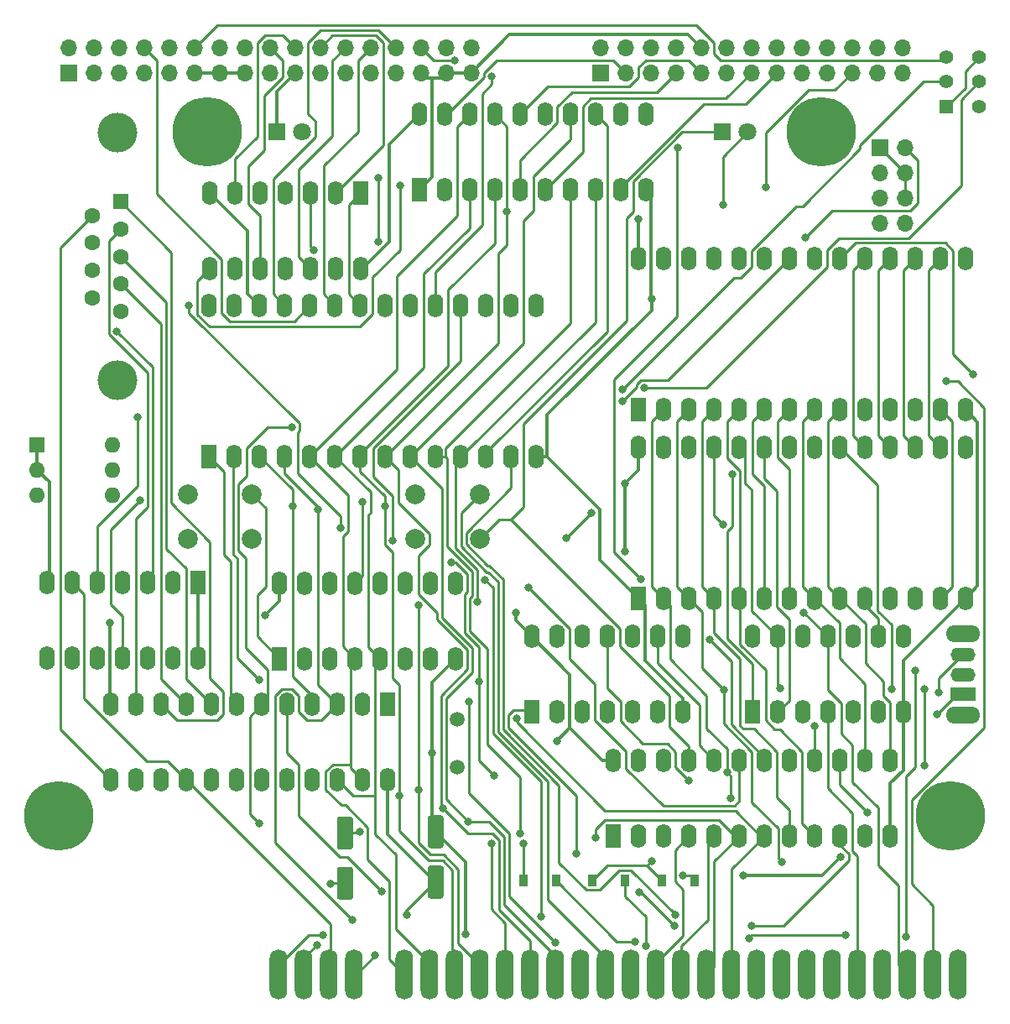
<source format=gtl>
G04 #@! TF.GenerationSoftware,KiCad,Pcbnew,(5.1.6)-1*
G04 #@! TF.CreationDate,2020-12-09T17:27:06+02:00*
G04 #@! TF.ProjectId,PlusD_Clone_1_6,506c7573-445f-4436-9c6f-6e655f315f36,rev?*
G04 #@! TF.SameCoordinates,Original*
G04 #@! TF.FileFunction,Copper,L1,Top*
G04 #@! TF.FilePolarity,Positive*
%FSLAX46Y46*%
G04 Gerber Fmt 4.6, Leading zero omitted, Abs format (unit mm)*
G04 Created by KiCad (PCBNEW (5.1.6)-1) date 2020-12-09 17:27:06*
%MOMM*%
%LPD*%
G01*
G04 APERTURE LIST*
G04 #@! TA.AperFunction,SMDPad,CuDef*
%ADD10R,0.900000X1.200000*%
G04 #@! TD*
G04 #@! TA.AperFunction,ComponentPad*
%ADD11C,0.800000*%
G04 #@! TD*
G04 #@! TA.AperFunction,ComponentPad*
%ADD12C,7.000000*%
G04 #@! TD*
G04 #@! TA.AperFunction,ComponentPad*
%ADD13O,1.700000X1.700000*%
G04 #@! TD*
G04 #@! TA.AperFunction,ComponentPad*
%ADD14R,1.700000X1.700000*%
G04 #@! TD*
G04 #@! TA.AperFunction,ComponentPad*
%ADD15C,1.400000*%
G04 #@! TD*
G04 #@! TA.AperFunction,ComponentPad*
%ADD16R,1.400000X1.400000*%
G04 #@! TD*
G04 #@! TA.AperFunction,ComponentPad*
%ADD17O,1.600000X2.400000*%
G04 #@! TD*
G04 #@! TA.AperFunction,ComponentPad*
%ADD18R,1.600000X2.400000*%
G04 #@! TD*
G04 #@! TA.AperFunction,ComponentPad*
%ADD19O,3.500000X1.700000*%
G04 #@! TD*
G04 #@! TA.AperFunction,ComponentPad*
%ADD20O,2.500000X1.400000*%
G04 #@! TD*
G04 #@! TA.AperFunction,ComponentPad*
%ADD21R,2.500000X1.400000*%
G04 #@! TD*
G04 #@! TA.AperFunction,ComponentPad*
%ADD22C,4.000000*%
G04 #@! TD*
G04 #@! TA.AperFunction,ComponentPad*
%ADD23C,1.600000*%
G04 #@! TD*
G04 #@! TA.AperFunction,ComponentPad*
%ADD24R,1.600000X1.600000*%
G04 #@! TD*
G04 #@! TA.AperFunction,ComponentPad*
%ADD25O,1.600000X1.600000*%
G04 #@! TD*
G04 #@! TA.AperFunction,ComponentPad*
%ADD26C,2.000000*%
G04 #@! TD*
G04 #@! TA.AperFunction,ConnectorPad*
%ADD27O,1.778000X5.080000*%
G04 #@! TD*
G04 #@! TA.AperFunction,ComponentPad*
%ADD28C,1.800000*%
G04 #@! TD*
G04 #@! TA.AperFunction,ComponentPad*
%ADD29R,1.800000X1.800000*%
G04 #@! TD*
G04 #@! TA.AperFunction,ComponentPad*
%ADD30C,1.500000*%
G04 #@! TD*
G04 #@! TA.AperFunction,ViaPad*
%ADD31C,0.800000*%
G04 #@! TD*
G04 #@! TA.AperFunction,Conductor*
%ADD32C,0.350000*%
G04 #@! TD*
G04 #@! TA.AperFunction,Conductor*
%ADD33C,0.250000*%
G04 #@! TD*
G04 APERTURE END LIST*
D10*
X128864000Y-112459000D03*
X132164000Y-112459000D03*
X121864000Y-112459000D03*
X125164000Y-112459000D03*
X114864000Y-112459000D03*
X118164000Y-112459000D03*
D11*
X146856155Y-35143845D03*
X145000000Y-34375000D03*
X143143845Y-35143845D03*
X142375000Y-37000000D03*
X143143845Y-38856155D03*
X145000000Y-39625000D03*
X146856155Y-38856155D03*
X147625000Y-37000000D03*
D12*
X145000000Y-37000000D03*
D13*
X153416000Y-46228000D03*
X150876000Y-46228000D03*
X153416000Y-43688000D03*
X150876000Y-43688000D03*
X153416000Y-41148000D03*
X150876000Y-41148000D03*
X153416000Y-38608000D03*
D14*
X150876000Y-38608000D03*
D12*
X83000000Y-37000000D03*
D11*
X85625000Y-37000000D03*
X84856155Y-38856155D03*
X83000000Y-39625000D03*
X81143845Y-38856155D03*
X80375000Y-37000000D03*
X81143845Y-35143845D03*
X83000000Y-34375000D03*
X84856155Y-35143845D03*
G04 #@! TA.AperFunction,SMDPad,CuDef*
G36*
G01*
X106595000Y-109234000D02*
X105495000Y-109234000D01*
G75*
G02*
X105245000Y-108984000I0J250000D01*
G01*
X105245000Y-106159000D01*
G75*
G02*
X105495000Y-105909000I250000J0D01*
G01*
X106595000Y-105909000D01*
G75*
G02*
X106845000Y-106159000I0J-250000D01*
G01*
X106845000Y-108984000D01*
G75*
G02*
X106595000Y-109234000I-250000J0D01*
G01*
G37*
G04 #@! TD.AperFunction*
G04 #@! TA.AperFunction,SMDPad,CuDef*
G36*
G01*
X106595000Y-114309000D02*
X105495000Y-114309000D01*
G75*
G02*
X105245000Y-114059000I0J250000D01*
G01*
X105245000Y-111234000D01*
G75*
G02*
X105495000Y-110984000I250000J0D01*
G01*
X106595000Y-110984000D01*
G75*
G02*
X106845000Y-111234000I0J-250000D01*
G01*
X106845000Y-114059000D01*
G75*
G02*
X106595000Y-114309000I-250000J0D01*
G01*
G37*
G04 #@! TD.AperFunction*
G04 #@! TA.AperFunction,SMDPad,CuDef*
G36*
G01*
X96351000Y-111111000D02*
X97451000Y-111111000D01*
G75*
G02*
X97701000Y-111361000I0J-250000D01*
G01*
X97701000Y-114186000D01*
G75*
G02*
X97451000Y-114436000I-250000J0D01*
G01*
X96351000Y-114436000D01*
G75*
G02*
X96101000Y-114186000I0J250000D01*
G01*
X96101000Y-111361000D01*
G75*
G02*
X96351000Y-111111000I250000J0D01*
G01*
G37*
G04 #@! TD.AperFunction*
G04 #@! TA.AperFunction,SMDPad,CuDef*
G36*
G01*
X96351000Y-106036000D02*
X97451000Y-106036000D01*
G75*
G02*
X97701000Y-106286000I0J-250000D01*
G01*
X97701000Y-109111000D01*
G75*
G02*
X97451000Y-109361000I-250000J0D01*
G01*
X96351000Y-109361000D01*
G75*
G02*
X96101000Y-109111000I0J250000D01*
G01*
X96101000Y-106286000D01*
G75*
G02*
X96351000Y-106036000I250000J0D01*
G01*
G37*
G04 #@! TD.AperFunction*
D15*
X160907000Y-29417000D03*
X160907000Y-31917000D03*
X160907000Y-34417000D03*
X157607000Y-29417000D03*
X157607000Y-31917000D03*
D16*
X157607000Y-34417000D03*
D17*
X126500000Y-49760000D03*
X159520000Y-65000000D03*
X129040000Y-49760000D03*
X156980000Y-65000000D03*
X131580000Y-49760000D03*
X154440000Y-65000000D03*
X134120000Y-49760000D03*
X151900000Y-65000000D03*
X136660000Y-49760000D03*
X149360000Y-65000000D03*
X139200000Y-49760000D03*
X146820000Y-65000000D03*
X141740000Y-49760000D03*
X144280000Y-65000000D03*
X144280000Y-49760000D03*
X141740000Y-65000000D03*
X146820000Y-49760000D03*
X139200000Y-65000000D03*
X149360000Y-49760000D03*
X136660000Y-65000000D03*
X151900000Y-49760000D03*
X134120000Y-65000000D03*
X154440000Y-49760000D03*
X131580000Y-65000000D03*
X156980000Y-49760000D03*
X129040000Y-65000000D03*
X159520000Y-49760000D03*
D18*
X126500000Y-65000000D03*
D19*
X159258000Y-87626000D03*
X159258000Y-95826000D03*
D20*
X159258000Y-89726000D03*
X159258000Y-91726000D03*
D21*
X159258000Y-93726000D03*
D22*
X73950000Y-62040000D03*
X73950000Y-37040000D03*
D23*
X71410000Y-53695000D03*
X71410000Y-50925000D03*
X71410000Y-48155000D03*
X71410000Y-45385000D03*
X74250000Y-55080000D03*
X74250000Y-52310000D03*
X74250000Y-49540000D03*
X74250000Y-46770000D03*
D24*
X74250000Y-44000000D03*
D25*
X73406000Y-68500000D03*
X65786000Y-73580000D03*
X73406000Y-71040000D03*
X65786000Y-71040000D03*
X73406000Y-73580000D03*
D24*
X65786000Y-68500000D03*
D17*
X115762000Y-87880000D03*
X131002000Y-95500000D03*
X118302000Y-87880000D03*
X128462000Y-95500000D03*
X120842000Y-87880000D03*
X125922000Y-95500000D03*
X123382000Y-87880000D03*
X123382000Y-95500000D03*
X125922000Y-87880000D03*
X120842000Y-95500000D03*
X128462000Y-87880000D03*
X118302000Y-95500000D03*
X131002000Y-87880000D03*
D18*
X115762000Y-95500000D03*
D17*
X101219000Y-102362000D03*
X73279000Y-94742000D03*
X98679000Y-102362000D03*
X75819000Y-94742000D03*
X96139000Y-102362000D03*
X78359000Y-94742000D03*
X93599000Y-102362000D03*
X80899000Y-94742000D03*
X91059000Y-102362000D03*
X83439000Y-94742000D03*
X88519000Y-102362000D03*
X85979000Y-94742000D03*
X85979000Y-102362000D03*
X88519000Y-94742000D03*
X83439000Y-102362000D03*
X91059000Y-94742000D03*
X80899000Y-102362000D03*
X93599000Y-94742000D03*
X78359000Y-102362000D03*
X96139000Y-94742000D03*
X75819000Y-102362000D03*
X98679000Y-94742000D03*
X73279000Y-102362000D03*
D18*
X101219000Y-94742000D03*
D17*
X98477000Y-50772000D03*
X83237000Y-43152000D03*
X95937000Y-50772000D03*
X85777000Y-43152000D03*
X93397000Y-50772000D03*
X88317000Y-43152000D03*
X90857000Y-50772000D03*
X90857000Y-43152000D03*
X88317000Y-50772000D03*
X93397000Y-43152000D03*
X85777000Y-50772000D03*
X95937000Y-43152000D03*
X83237000Y-50772000D03*
D18*
X98477000Y-43152000D03*
D17*
X82042000Y-90043000D03*
X66802000Y-82423000D03*
X79502000Y-90043000D03*
X69342000Y-82423000D03*
X76962000Y-90043000D03*
X71882000Y-82423000D03*
X74422000Y-90043000D03*
X74422000Y-82423000D03*
X71882000Y-90043000D03*
X76962000Y-82423000D03*
X69342000Y-90043000D03*
X79502000Y-82423000D03*
X66802000Y-90043000D03*
D18*
X82042000Y-82423000D03*
D17*
X138000000Y-87880000D03*
X153240000Y-95500000D03*
X140540000Y-87880000D03*
X150700000Y-95500000D03*
X143080000Y-87880000D03*
X148160000Y-95500000D03*
X145620000Y-87880000D03*
X145620000Y-95500000D03*
X148160000Y-87880000D03*
X143080000Y-95500000D03*
X150700000Y-87880000D03*
X140540000Y-95500000D03*
X153240000Y-87880000D03*
D18*
X138000000Y-95500000D03*
D11*
X69856155Y-104143845D03*
X68000000Y-103375000D03*
X66143845Y-104143845D03*
X65375000Y-106000000D03*
X66143845Y-107856155D03*
X68000000Y-108625000D03*
X69856155Y-107856155D03*
X70625000Y-106000000D03*
D12*
X68000000Y-106000000D03*
D11*
X159856155Y-104143845D03*
X158000000Y-103375000D03*
X156143845Y-104143845D03*
X155375000Y-106000000D03*
X156143845Y-107856155D03*
X158000000Y-108625000D03*
X159856155Y-107856155D03*
X160625000Y-106000000D03*
D12*
X158000000Y-106000000D03*
D26*
X110500000Y-73500000D03*
X110500000Y-78000000D03*
X104000000Y-73500000D03*
X104000000Y-78000000D03*
X87500000Y-73500000D03*
X87500000Y-78000000D03*
X81000000Y-73500000D03*
X81000000Y-78000000D03*
D17*
X104380000Y-35213000D03*
X127240000Y-42833000D03*
X106920000Y-35213000D03*
X124700000Y-42833000D03*
X109460000Y-35213000D03*
X122160000Y-42833000D03*
X112000000Y-35213000D03*
X119620000Y-42833000D03*
X114540000Y-35213000D03*
X117080000Y-42833000D03*
X117080000Y-35213000D03*
X114540000Y-42833000D03*
X119620000Y-35213000D03*
X112000000Y-42833000D03*
X122160000Y-35213000D03*
X109460000Y-42833000D03*
X124700000Y-35213000D03*
X106920000Y-42833000D03*
X127240000Y-35213000D03*
D18*
X104380000Y-42833000D03*
D17*
X90284000Y-82476000D03*
X108064000Y-90096000D03*
X92824000Y-82476000D03*
X105524000Y-90096000D03*
X95364000Y-82476000D03*
X102984000Y-90096000D03*
X97904000Y-82476000D03*
X100444000Y-90096000D03*
X100444000Y-82476000D03*
X97904000Y-90096000D03*
X102984000Y-82476000D03*
X95364000Y-90096000D03*
X105524000Y-82476000D03*
X92824000Y-90096000D03*
X108064000Y-82476000D03*
D18*
X90284000Y-90096000D03*
D17*
X124000000Y-100380000D03*
X151940000Y-108000000D03*
X126540000Y-100380000D03*
X149400000Y-108000000D03*
X129080000Y-100380000D03*
X146860000Y-108000000D03*
X131620000Y-100380000D03*
X144320000Y-108000000D03*
X134160000Y-100380000D03*
X141780000Y-108000000D03*
X136700000Y-100380000D03*
X139240000Y-108000000D03*
X139240000Y-100380000D03*
X136700000Y-108000000D03*
X141780000Y-100380000D03*
X134160000Y-108000000D03*
X144320000Y-100380000D03*
X131620000Y-108000000D03*
X146860000Y-100380000D03*
X129080000Y-108000000D03*
X149400000Y-100380000D03*
X126540000Y-108000000D03*
X151940000Y-100380000D03*
D18*
X124000000Y-108000000D03*
D17*
X126500000Y-68760000D03*
X159520000Y-84000000D03*
X129040000Y-68760000D03*
X156980000Y-84000000D03*
X131580000Y-68760000D03*
X154440000Y-84000000D03*
X134120000Y-68760000D03*
X151900000Y-84000000D03*
X136660000Y-68760000D03*
X149360000Y-84000000D03*
X139200000Y-68760000D03*
X146820000Y-84000000D03*
X141740000Y-68760000D03*
X144280000Y-84000000D03*
X144280000Y-68760000D03*
X141740000Y-84000000D03*
X146820000Y-68760000D03*
X139200000Y-84000000D03*
X149360000Y-68760000D03*
X136660000Y-84000000D03*
X151900000Y-68760000D03*
X134120000Y-84000000D03*
X154440000Y-68760000D03*
X131580000Y-84000000D03*
X156980000Y-68760000D03*
X129040000Y-84000000D03*
X159520000Y-68760000D03*
D18*
X126500000Y-84000000D03*
D17*
X83185000Y-54483000D03*
X116205000Y-69723000D03*
X85725000Y-54483000D03*
X113665000Y-69723000D03*
X88265000Y-54483000D03*
X111125000Y-69723000D03*
X90805000Y-54483000D03*
X108585000Y-69723000D03*
X93345000Y-54483000D03*
X106045000Y-69723000D03*
X95885000Y-54483000D03*
X103505000Y-69723000D03*
X98425000Y-54483000D03*
X100965000Y-69723000D03*
X100965000Y-54483000D03*
X98425000Y-69723000D03*
X103505000Y-54483000D03*
X95885000Y-69723000D03*
X106045000Y-54483000D03*
X93345000Y-69723000D03*
X108585000Y-54483000D03*
X90805000Y-69723000D03*
X111125000Y-54483000D03*
X88265000Y-69723000D03*
X113665000Y-54483000D03*
X85725000Y-69723000D03*
X116205000Y-54483000D03*
D18*
X83185000Y-69723000D03*
D27*
X95298000Y-121960000D03*
X97838000Y-121960000D03*
X105458000Y-121960000D03*
X113078000Y-121960000D03*
X110538000Y-121960000D03*
X107998000Y-121960000D03*
X115618000Y-121960000D03*
X90218000Y-121960000D03*
X92758000Y-121960000D03*
X102918000Y-121960000D03*
X118158000Y-121960000D03*
X123238000Y-121960000D03*
X120698000Y-121960000D03*
X125778000Y-121960000D03*
X130858000Y-121960000D03*
X128318000Y-121960000D03*
X133398000Y-121960000D03*
X143558000Y-121960000D03*
X138478000Y-121960000D03*
X151178000Y-121960000D03*
X156258000Y-121960000D03*
X158798000Y-121960000D03*
X135938000Y-121960000D03*
X146098000Y-121960000D03*
X148638000Y-121960000D03*
X153718000Y-121960000D03*
X141018000Y-121960000D03*
D13*
X153162000Y-28460000D03*
X153162000Y-31000000D03*
X150622000Y-28460000D03*
X150622000Y-31000000D03*
X148082000Y-28460000D03*
X148082000Y-31000000D03*
X145542000Y-28460000D03*
X145542000Y-31000000D03*
X143002000Y-28460000D03*
X143002000Y-31000000D03*
X140462000Y-28460000D03*
X140462000Y-31000000D03*
X137922000Y-28460000D03*
X137922000Y-31000000D03*
X135382000Y-28460000D03*
X135382000Y-31000000D03*
X132842000Y-28460000D03*
X132842000Y-31000000D03*
X130302000Y-28460000D03*
X130302000Y-31000000D03*
X127762000Y-28460000D03*
X127762000Y-31000000D03*
X125222000Y-28460000D03*
X125222000Y-31000000D03*
X122682000Y-28460000D03*
D14*
X122682000Y-31000000D03*
X69000000Y-31000000D03*
D13*
X69000000Y-28460000D03*
X71540000Y-31000000D03*
X71540000Y-28460000D03*
X74080000Y-31000000D03*
X74080000Y-28460000D03*
X76620000Y-31000000D03*
X76620000Y-28460000D03*
X79160000Y-31000000D03*
X79160000Y-28460000D03*
X81700000Y-31000000D03*
X81700000Y-28460000D03*
X84240000Y-31000000D03*
X84240000Y-28460000D03*
X86780000Y-31000000D03*
X86780000Y-28460000D03*
X89320000Y-31000000D03*
X89320000Y-28460000D03*
X91860000Y-31000000D03*
X91860000Y-28460000D03*
X94400000Y-31000000D03*
X94400000Y-28460000D03*
X96940000Y-31000000D03*
X96940000Y-28460000D03*
X99480000Y-31000000D03*
X99480000Y-28460000D03*
X102020000Y-31000000D03*
X102020000Y-28460000D03*
X104560000Y-31000000D03*
X104560000Y-28460000D03*
X107100000Y-31000000D03*
X107100000Y-28460000D03*
X109640000Y-31000000D03*
X109640000Y-28460000D03*
D28*
X137540000Y-37000000D03*
D29*
X135000000Y-37000000D03*
D28*
X92540000Y-37000000D03*
D29*
X90000000Y-37000000D03*
D30*
X108204000Y-101092000D03*
X108204000Y-96192000D03*
D31*
X105664700Y-99655000D03*
X137120200Y-111949500D03*
X146922300Y-110110000D03*
X127893000Y-53844900D03*
X109097700Y-117899300D03*
X73152000Y-86487000D03*
X115411500Y-82922600D03*
X133704700Y-88160100D03*
X126791800Y-82093100D03*
X130511100Y-38549600D03*
X95438000Y-112857900D03*
X120267600Y-109762800D03*
X152040000Y-93140100D03*
X144320000Y-96889000D03*
X160249600Y-61396800D03*
X149595900Y-105585700D03*
X135017100Y-44308100D03*
X73871800Y-57087400D03*
X143384700Y-47631500D03*
X81157800Y-54514200D03*
X96435900Y-76955600D03*
X124883400Y-62956900D03*
X76190200Y-74127000D03*
X127074400Y-62800300D03*
X131545200Y-102374200D03*
X130206300Y-115981900D03*
X98659400Y-74326400D03*
X135955100Y-71475800D03*
X157541800Y-62136700D03*
X155376200Y-93198900D03*
X155376200Y-100884800D03*
X121794100Y-75375800D03*
X119226800Y-77943100D03*
X111044300Y-82147300D03*
X116680300Y-116081700D03*
X135820500Y-104150100D03*
X135466200Y-101598800D03*
X140957300Y-110626600D03*
X135118100Y-93242500D03*
X135048500Y-76595700D03*
X143172300Y-85432300D03*
X140778400Y-93106600D03*
X154457000Y-91343200D03*
X153533900Y-118163900D03*
X102394400Y-103891700D03*
X100918100Y-74750100D03*
X113214700Y-44991100D03*
X106775000Y-105223600D03*
X109347200Y-106572100D03*
X114592700Y-107711800D03*
X111691100Y-108762200D03*
X88228300Y-106748700D03*
X122180900Y-108204400D03*
X124864200Y-64101900D03*
X91500500Y-66794000D03*
X110263000Y-84369500D03*
X104290600Y-103378300D03*
X104290600Y-84682200D03*
X91609000Y-74743300D03*
X109394500Y-94442300D03*
X118139700Y-118723500D03*
X94179200Y-75025600D03*
X97660000Y-116428500D03*
X126612300Y-113703500D03*
X130130500Y-117036400D03*
X137918700Y-117026400D03*
X114198800Y-96162500D03*
X88265400Y-92208200D03*
X94682100Y-117991100D03*
X94035500Y-118965700D03*
X100619600Y-113578600D03*
X107960500Y-29730100D03*
X111705200Y-31340800D03*
X100234200Y-48023200D03*
X100234200Y-41576700D03*
X93742700Y-48883000D03*
X102454700Y-42339300D03*
X75980600Y-65752800D03*
X139384300Y-42512900D03*
X126159500Y-118638200D03*
X137657600Y-118305200D03*
X147427700Y-118019600D03*
X127224700Y-119101800D03*
X131011200Y-112017000D03*
X99949500Y-120026700D03*
X125132300Y-79311000D03*
X125132300Y-72439000D03*
X118284400Y-98397500D03*
X114154800Y-85507600D03*
X126500000Y-45793100D03*
X103171800Y-115987800D03*
X88830900Y-85731800D03*
X114864000Y-108762200D03*
X156804200Y-93511000D03*
X127852300Y-110506700D03*
X156643500Y-95735500D03*
X98394600Y-107609700D03*
X111959000Y-101912600D03*
X110408500Y-92419200D03*
X101693400Y-78203200D03*
X107647800Y-80353700D03*
D32*
X83237000Y-43152000D02*
X87047000Y-46962000D01*
X87047000Y-46962000D02*
X87047000Y-53265000D01*
X87047000Y-53265000D02*
X88265000Y-54483000D01*
X117308500Y-69723000D02*
X116205000Y-69723000D01*
X126500000Y-84000000D02*
X122619400Y-80119400D01*
X122619400Y-80119400D02*
X122619400Y-75033900D01*
X122619400Y-75033900D02*
X117308500Y-69723000D01*
X127827800Y-53844900D02*
X127827800Y-54975000D01*
X127827800Y-54975000D02*
X117308500Y-65494300D01*
X117308500Y-65494300D02*
X117308500Y-69723000D01*
X131002000Y-95500000D02*
X131002000Y-94147100D01*
X131002000Y-94147100D02*
X127192000Y-90337100D01*
X127192000Y-90337100D02*
X127192000Y-84692000D01*
X127192000Y-84692000D02*
X126500000Y-84000000D01*
X105664700Y-99655000D02*
X105664700Y-107191200D01*
X105664700Y-107191200D02*
X106045000Y-107571500D01*
X108064000Y-90096000D02*
X105664700Y-92495300D01*
X105664700Y-92495300D02*
X105664700Y-99655000D01*
X109097700Y-117899300D02*
X109097700Y-110624200D01*
X109097700Y-110624200D02*
X106045000Y-107571500D01*
X90000000Y-37000000D02*
X90000000Y-32860000D01*
X90000000Y-32860000D02*
X91860000Y-31000000D01*
X146922300Y-110110000D02*
X145082800Y-111949500D01*
X145082800Y-111949500D02*
X137120200Y-111949500D01*
X109640000Y-31000000D02*
X113489100Y-27150900D01*
X113489100Y-27150900D02*
X131532900Y-27150900D01*
X131532900Y-27150900D02*
X132842000Y-28460000D01*
X107100000Y-31000000D02*
X109640000Y-31000000D01*
X127827800Y-53844900D02*
X127893000Y-53844900D01*
X127240000Y-42833000D02*
X127770000Y-43363000D01*
X127770000Y-43363000D02*
X127770000Y-53787100D01*
X127770000Y-53787100D02*
X127827800Y-53844900D01*
X159520000Y-84000000D02*
X153240000Y-90280000D01*
X153240000Y-90280000D02*
X153240000Y-95500000D01*
X159520000Y-65000000D02*
X160749400Y-66229400D01*
X160749400Y-66229400D02*
X160749400Y-82770600D01*
X160749400Y-82770600D02*
X159520000Y-84000000D01*
X105650000Y-31545000D02*
X106555000Y-31545000D01*
X106555000Y-31545000D02*
X107100000Y-31000000D01*
X73279000Y-94742000D02*
X73152000Y-94615000D01*
X73152000Y-94615000D02*
X73152000Y-86487000D01*
X153240000Y-95500000D02*
X153240000Y-101365000D01*
X153240000Y-101365000D02*
X151940000Y-102665000D01*
X151940000Y-102665000D02*
X151940000Y-108000000D01*
X104560000Y-31000000D02*
X105105000Y-31545000D01*
X105105000Y-31545000D02*
X105650000Y-31545000D01*
X105650000Y-31545000D02*
X105650000Y-41563000D01*
X105650000Y-41563000D02*
X104380000Y-42833000D01*
X84240000Y-31000000D02*
X81700000Y-31000000D01*
X86780000Y-31000000D02*
X84240000Y-31000000D01*
X65786000Y-68500000D02*
X65786000Y-71040000D01*
X66802000Y-82423000D02*
X67025900Y-82199100D01*
X67025900Y-82199100D02*
X67025900Y-72279900D01*
X67025900Y-72279900D02*
X65786000Y-71040000D01*
D33*
X110500000Y-73500000D02*
X108604100Y-75395900D01*
X108604100Y-75395900D02*
X108604100Y-78763700D01*
X108604100Y-78763700D02*
X111212200Y-81371800D01*
X111212200Y-81371800D02*
X111389100Y-81371800D01*
X111389100Y-81371800D02*
X112348900Y-82331600D01*
X112348900Y-82331600D02*
X112348900Y-97465500D01*
X112348900Y-97465500D02*
X117338500Y-102455100D01*
X117338500Y-102455100D02*
X117338500Y-114388900D01*
X117338500Y-114388900D02*
X123238000Y-120288400D01*
X123238000Y-120288400D02*
X123238000Y-121960000D01*
X85979000Y-94742000D02*
X85319500Y-94082500D01*
X85319500Y-94082500D02*
X85319500Y-80295500D01*
X85319500Y-80295500D02*
X84682900Y-79658900D01*
X84682900Y-79658900D02*
X84682900Y-71220900D01*
X84682900Y-71220900D02*
X83185000Y-69723000D01*
X128462000Y-87880000D02*
X128462000Y-90592500D01*
X128462000Y-90592500D02*
X132651600Y-94782100D01*
X132651600Y-94782100D02*
X132651600Y-98871600D01*
X132651600Y-98871600D02*
X134160000Y-100380000D01*
X136700000Y-100380000D02*
X136700000Y-104468500D01*
X136700000Y-104468500D02*
X136230200Y-104938300D01*
X136230200Y-104938300D02*
X129025900Y-104938300D01*
X129025900Y-104938300D02*
X125270000Y-101182400D01*
X125270000Y-101182400D02*
X125270000Y-99468100D01*
X125270000Y-99468100D02*
X122112000Y-96310100D01*
X122112000Y-96310100D02*
X122112000Y-92710100D01*
X122112000Y-92710100D02*
X119572000Y-90170100D01*
X119572000Y-90170100D02*
X119572000Y-87083100D01*
X119572000Y-87083100D02*
X115411500Y-82922600D01*
X133704700Y-88160100D02*
X135893400Y-90348800D01*
X135893400Y-90348800D02*
X135893400Y-96745400D01*
X135893400Y-96745400D02*
X139240000Y-100092000D01*
X139240000Y-100092000D02*
X139240000Y-100380000D01*
X126791800Y-82093100D02*
X124081100Y-79382400D01*
X124081100Y-79382400D02*
X124081100Y-61914500D01*
X124081100Y-61914500D02*
X130366800Y-55628800D01*
X130366800Y-55628800D02*
X130366800Y-38693900D01*
X130366800Y-38693900D02*
X130511100Y-38549600D01*
X115762000Y-95500000D02*
X115583500Y-95321500D01*
X115583500Y-95321500D02*
X113928500Y-95321500D01*
X113928500Y-95321500D02*
X113410000Y-95840000D01*
X113410000Y-95840000D02*
X113410000Y-97111400D01*
X113410000Y-97111400D02*
X120267600Y-103969000D01*
X120267600Y-103969000D02*
X120267600Y-109762800D01*
X96901000Y-112773500D02*
X95522400Y-112773500D01*
X95522400Y-112773500D02*
X95438000Y-112857900D01*
X81700000Y-28460000D02*
X83958800Y-26201200D01*
X83958800Y-26201200D02*
X132376200Y-26201200D01*
X132376200Y-26201200D02*
X134156600Y-27981600D01*
X134156600Y-27981600D02*
X134156600Y-29074400D01*
X134156600Y-29074400D02*
X134812200Y-29730000D01*
X134812200Y-29730000D02*
X157294000Y-29730000D01*
X157294000Y-29730000D02*
X157607000Y-29417000D01*
X144320000Y-100380000D02*
X144320000Y-96889000D01*
X146820000Y-68760000D02*
X150630000Y-72570000D01*
X150630000Y-72570000D02*
X150630000Y-85269800D01*
X150630000Y-85269800D02*
X152040000Y-86679800D01*
X152040000Y-86679800D02*
X152040000Y-93140100D01*
X146820000Y-49760000D02*
X148408300Y-48171700D01*
X148408300Y-48171700D02*
X157473200Y-48171700D01*
X157473200Y-48171700D02*
X158250000Y-48948500D01*
X158250000Y-48948500D02*
X158250000Y-59397200D01*
X158250000Y-59397200D02*
X160249600Y-61396800D01*
X146860000Y-100380000D02*
X146860000Y-102849800D01*
X146860000Y-102849800D02*
X149595900Y-105585700D01*
X137540000Y-37000000D02*
X135017100Y-39522900D01*
X135017100Y-39522900D02*
X135017100Y-44308100D01*
X113645400Y-76067600D02*
X124652000Y-87074200D01*
X124652000Y-87074200D02*
X124652000Y-88851300D01*
X124652000Y-88851300D02*
X129637400Y-93836700D01*
X129637400Y-93836700D02*
X129637400Y-96974800D01*
X129637400Y-96974800D02*
X131620000Y-98957400D01*
X131620000Y-98957400D02*
X131620000Y-100380000D01*
X110500000Y-78000000D02*
X112432400Y-76067600D01*
X112432400Y-76067600D02*
X113645400Y-76067600D01*
X135000000Y-37000000D02*
X130930400Y-37000000D01*
X130930400Y-37000000D02*
X125970000Y-41960400D01*
X125970000Y-41960400D02*
X125970000Y-45042400D01*
X125970000Y-45042400D02*
X125324600Y-45687800D01*
X125324600Y-45687800D02*
X125324600Y-56010100D01*
X125324600Y-56010100D02*
X114935000Y-66399700D01*
X114935000Y-66399700D02*
X114935000Y-74778000D01*
X114935000Y-74778000D02*
X113645400Y-76067600D01*
X76620000Y-28460000D02*
X77890000Y-29730000D01*
X77890000Y-29730000D02*
X77890000Y-43238700D01*
X77890000Y-43238700D02*
X84455000Y-49803700D01*
X84455000Y-49803700D02*
X84455000Y-55282000D01*
X84455000Y-55282000D02*
X85237600Y-56064600D01*
X85237600Y-56064600D02*
X91763400Y-56064600D01*
X91763400Y-56064600D02*
X93345000Y-54483000D01*
X150876000Y-38608000D02*
X153416000Y-41148000D01*
X153416000Y-41148000D02*
X153416000Y-43688000D01*
X89320000Y-28460000D02*
X90590000Y-29730000D01*
X90590000Y-29730000D02*
X90590000Y-31477200D01*
X90590000Y-31477200D02*
X88724600Y-33342600D01*
X88724600Y-33342600D02*
X88724600Y-38822600D01*
X88724600Y-38822600D02*
X87113600Y-40433600D01*
X87113600Y-40433600D02*
X87113600Y-44243600D01*
X87113600Y-44243600D02*
X88317000Y-45447000D01*
X88317000Y-45447000D02*
X88317000Y-50772000D01*
X91860000Y-28460000D02*
X90619200Y-27219200D01*
X90619200Y-27219200D02*
X88826300Y-27219200D01*
X88826300Y-27219200D02*
X88050000Y-27995500D01*
X88050000Y-27995500D02*
X88050000Y-37430700D01*
X88050000Y-37430700D02*
X85777000Y-39703700D01*
X85777000Y-39703700D02*
X85777000Y-43152000D01*
X76962000Y-82423000D02*
X77472600Y-81912400D01*
X77472600Y-81912400D02*
X77472600Y-60688200D01*
X77472600Y-60688200D02*
X73871800Y-57087400D01*
X153416000Y-38608000D02*
X154678400Y-39870400D01*
X154678400Y-39870400D02*
X154678400Y-44174500D01*
X154678400Y-44174500D02*
X153894900Y-44958000D01*
X153894900Y-44958000D02*
X146058200Y-44958000D01*
X146058200Y-44958000D02*
X143384700Y-47631500D01*
X99480000Y-28460000D02*
X98210000Y-29730000D01*
X98210000Y-29730000D02*
X98210000Y-36922000D01*
X98210000Y-36922000D02*
X94743100Y-40388900D01*
X94743100Y-40388900D02*
X94743100Y-53341100D01*
X94743100Y-53341100D02*
X95885000Y-54483000D01*
X81157800Y-54514200D02*
X81157800Y-55251400D01*
X81157800Y-55251400D02*
X92275800Y-66369400D01*
X92275800Y-66369400D02*
X92275800Y-67115200D01*
X92275800Y-67115200D02*
X92125300Y-67265700D01*
X92125300Y-67265700D02*
X92125300Y-71413800D01*
X92125300Y-71413800D02*
X96435900Y-75724400D01*
X96435900Y-75724400D02*
X96435900Y-76955600D01*
X74422000Y-90043000D02*
X74422000Y-85775400D01*
X74422000Y-85775400D02*
X73235800Y-84589200D01*
X73235800Y-84589200D02*
X73235800Y-77081400D01*
X73235800Y-77081400D02*
X76190200Y-74127000D01*
X124883400Y-62956900D02*
X136181100Y-51659200D01*
X136181100Y-51659200D02*
X136837000Y-51659200D01*
X136837000Y-51659200D02*
X137930000Y-50566200D01*
X137930000Y-50566200D02*
X137930000Y-48946800D01*
X137930000Y-48946800D02*
X142419100Y-44457700D01*
X142419100Y-44457700D02*
X143082200Y-44457700D01*
X143082200Y-44457700D02*
X148875400Y-38664500D01*
X148875400Y-38664500D02*
X148875400Y-38343900D01*
X148875400Y-38343900D02*
X155302300Y-31917000D01*
X155302300Y-31917000D02*
X157607000Y-31917000D01*
X160907000Y-31917000D02*
X159080000Y-33744000D01*
X159080000Y-33744000D02*
X159080000Y-42349800D01*
X159080000Y-42349800D02*
X153758500Y-47671300D01*
X153758500Y-47671300D02*
X146773200Y-47671300D01*
X146773200Y-47671300D02*
X145550000Y-48894500D01*
X145550000Y-48894500D02*
X145550000Y-50619600D01*
X145550000Y-50619600D02*
X133369300Y-62800300D01*
X133369300Y-62800300D02*
X127074400Y-62800300D01*
X123382000Y-87880000D02*
X123382000Y-93097000D01*
X123382000Y-93097000D02*
X124710200Y-94425200D01*
X124710200Y-94425200D02*
X124710200Y-96407800D01*
X124710200Y-96407800D02*
X126965600Y-98663200D01*
X126965600Y-98663200D02*
X129425300Y-98663200D01*
X129425300Y-98663200D02*
X130255300Y-99493200D01*
X130255300Y-99493200D02*
X130255300Y-101084300D01*
X130255300Y-101084300D02*
X131545200Y-102374200D01*
X113665000Y-69723000D02*
X113665000Y-72882600D01*
X113665000Y-72882600D02*
X109104400Y-77443200D01*
X109104400Y-77443200D02*
X109104400Y-78556400D01*
X109104400Y-78556400D02*
X111242800Y-80694800D01*
X111242800Y-80694800D02*
X111419700Y-80694800D01*
X111419700Y-80694800D02*
X112849200Y-82124300D01*
X112849200Y-82124300D02*
X112849200Y-97258200D01*
X112849200Y-97258200D02*
X118488700Y-102897700D01*
X118488700Y-102897700D02*
X118488700Y-110682400D01*
X118488700Y-110682400D02*
X121240700Y-113434400D01*
X121240700Y-113434400D02*
X122578200Y-113434400D01*
X122578200Y-113434400D02*
X124545900Y-111466700D01*
X124545900Y-111466700D02*
X125775600Y-111466700D01*
X125775600Y-111466700D02*
X130206300Y-115897400D01*
X130206300Y-115897400D02*
X130206300Y-115981900D01*
X87500000Y-73500000D02*
X88901400Y-74901400D01*
X88901400Y-74901400D02*
X88901400Y-82856500D01*
X88901400Y-82856500D02*
X88042700Y-83715200D01*
X88042700Y-83715200D02*
X88042700Y-87854700D01*
X88042700Y-87854700D02*
X90284000Y-90096000D01*
X97904000Y-82476000D02*
X98659400Y-81720600D01*
X98659400Y-81720600D02*
X98659400Y-74326400D01*
X122160000Y-35213000D02*
X123342500Y-36395500D01*
X123342500Y-36395500D02*
X123342500Y-57095400D01*
X123342500Y-57095400D02*
X111125000Y-69312900D01*
X111125000Y-69312900D02*
X111125000Y-69723000D01*
X95298000Y-121960000D02*
X95457400Y-121800600D01*
X95457400Y-121800600D02*
X95457400Y-116920400D01*
X95457400Y-116920400D02*
X80899000Y-102362000D01*
X149360000Y-68760000D02*
X148169400Y-67569400D01*
X148169400Y-67569400D02*
X148169400Y-50950600D01*
X148169400Y-50950600D02*
X149360000Y-49760000D01*
X69342000Y-82423000D02*
X70567800Y-83648800D01*
X70567800Y-83648800D02*
X70567800Y-94140800D01*
X70567800Y-94140800D02*
X76889700Y-100462700D01*
X76889700Y-100462700D02*
X78999700Y-100462700D01*
X78999700Y-100462700D02*
X80899000Y-102362000D01*
X135955100Y-71475800D02*
X135955000Y-71475800D01*
X135955000Y-71475800D02*
X135955000Y-76785700D01*
X135955000Y-76785700D02*
X135444200Y-77296500D01*
X135444200Y-77296500D02*
X135444200Y-88094100D01*
X135444200Y-88094100D02*
X138000000Y-90649900D01*
X138000000Y-90649900D02*
X138000000Y-95500000D01*
X156258000Y-121960000D02*
X156258000Y-115015300D01*
X156258000Y-115015300D02*
X154100500Y-112857800D01*
X154100500Y-112857800D02*
X154100500Y-104392600D01*
X154100500Y-104392600D02*
X161420600Y-97072500D01*
X161420600Y-97072500D02*
X161420600Y-64826000D01*
X161420600Y-64826000D02*
X158731300Y-62136700D01*
X158731300Y-62136700D02*
X157541800Y-62136700D01*
X140540000Y-95500000D02*
X141716700Y-94323300D01*
X141716700Y-94323300D02*
X141716700Y-86163000D01*
X141716700Y-86163000D02*
X140470000Y-84916300D01*
X140470000Y-84916300D02*
X140470000Y-73238200D01*
X140470000Y-73238200D02*
X139200000Y-71968200D01*
X139200000Y-71968200D02*
X139200000Y-68760000D01*
X155376200Y-93198900D02*
X155376200Y-100884800D01*
X119226800Y-77943100D02*
X121794100Y-75375800D01*
X116680300Y-116081700D02*
X116680300Y-102504500D01*
X116680300Y-102504500D02*
X111848600Y-97672800D01*
X111848600Y-97672800D02*
X111848600Y-82951600D01*
X111848600Y-82951600D02*
X111044300Y-82147300D01*
X149360000Y-84000000D02*
X149360000Y-84707500D01*
X149360000Y-84707500D02*
X150700000Y-86047500D01*
X150700000Y-86047500D02*
X150700000Y-87880000D01*
X129040000Y-84000000D02*
X127849400Y-82809400D01*
X127849400Y-82809400D02*
X127849400Y-66190600D01*
X127849400Y-66190600D02*
X129040000Y-65000000D01*
X135466200Y-101598800D02*
X135466200Y-99181100D01*
X135466200Y-99181100D02*
X133402000Y-97116900D01*
X133402000Y-97116900D02*
X133402000Y-93833800D01*
X133402000Y-93833800D02*
X129732000Y-90163800D01*
X129732000Y-90163800D02*
X129732000Y-84692000D01*
X129732000Y-84692000D02*
X129040000Y-84000000D01*
X135820500Y-104150100D02*
X135820500Y-101953100D01*
X135820500Y-101953100D02*
X135466200Y-101598800D01*
X140957300Y-110626600D02*
X140604600Y-110273900D01*
X140604600Y-110273900D02*
X140604600Y-107250600D01*
X140604600Y-107250600D02*
X137970000Y-104616000D01*
X137970000Y-104616000D02*
X137970000Y-99529800D01*
X137970000Y-99529800D02*
X135118100Y-96677900D01*
X135118100Y-96677900D02*
X135118100Y-93242500D01*
X131580000Y-65000000D02*
X130400800Y-66179200D01*
X130400800Y-66179200D02*
X130400800Y-82820800D01*
X130400800Y-82820800D02*
X131580000Y-84000000D01*
X135118100Y-93242500D02*
X132929300Y-91053700D01*
X132929300Y-91053700D02*
X132929300Y-85349300D01*
X132929300Y-85349300D02*
X131580000Y-84000000D01*
X148638000Y-121960000D02*
X148638000Y-110021600D01*
X148638000Y-110021600D02*
X148130000Y-109513600D01*
X148130000Y-109513600D02*
X148130000Y-105709900D01*
X148130000Y-105709900D02*
X145620000Y-103199900D01*
X145620000Y-103199900D02*
X145620000Y-95500000D01*
X153718000Y-121960000D02*
X152758500Y-121000500D01*
X152758500Y-121000500D02*
X152758500Y-113029600D01*
X152758500Y-113029600D02*
X150689600Y-110960700D01*
X150689600Y-110960700D02*
X150689600Y-105102100D01*
X150689600Y-105102100D02*
X148130000Y-102542500D01*
X148130000Y-102542500D02*
X148130000Y-98814400D01*
X148130000Y-98814400D02*
X146984600Y-97669000D01*
X146984600Y-97669000D02*
X146984600Y-94607300D01*
X146984600Y-94607300D02*
X145620000Y-93242700D01*
X145620000Y-93242700D02*
X145620000Y-87880000D01*
X145620000Y-87880000D02*
X143172300Y-85432300D01*
X135048500Y-76595700D02*
X134120000Y-75667200D01*
X134120000Y-75667200D02*
X134120000Y-68760000D01*
X140540000Y-87880000D02*
X137930000Y-85270000D01*
X137930000Y-85270000D02*
X137930000Y-73064700D01*
X137930000Y-73064700D02*
X137282700Y-72417400D01*
X137282700Y-72417400D02*
X137282700Y-69382700D01*
X137282700Y-69382700D02*
X136660000Y-68760000D01*
X140778400Y-93106600D02*
X140540000Y-92868200D01*
X140540000Y-92868200D02*
X140540000Y-87880000D01*
X154457000Y-91343200D02*
X154457000Y-101078400D01*
X154457000Y-101078400D02*
X153533900Y-102001500D01*
X153533900Y-102001500D02*
X153533900Y-118163900D01*
X97470900Y-100779400D02*
X97470900Y-101153900D01*
X97470900Y-101153900D02*
X98679000Y-102362000D01*
X102918000Y-121960000D02*
X101394900Y-120436900D01*
X101394900Y-120436900D02*
X101394900Y-112602500D01*
X101394900Y-112602500D02*
X99169900Y-110377500D01*
X99169900Y-110377500D02*
X99169900Y-107107700D01*
X99169900Y-107107700D02*
X96966800Y-104904600D01*
X96966800Y-104904600D02*
X96524100Y-104904600D01*
X96524100Y-104904600D02*
X94932700Y-103313200D01*
X94932700Y-103313200D02*
X94932700Y-101489700D01*
X94932700Y-101489700D02*
X95643000Y-100779400D01*
X95643000Y-100779400D02*
X97470900Y-100779400D01*
X97470900Y-100779400D02*
X97470900Y-90529100D01*
X97470900Y-90529100D02*
X97904000Y-90096000D01*
X97904000Y-90096000D02*
X96698400Y-88890400D01*
X96698400Y-88890400D02*
X96698400Y-77789600D01*
X96698400Y-77789600D02*
X97211200Y-77276800D01*
X97211200Y-77276800D02*
X97211200Y-73589200D01*
X97211200Y-73589200D02*
X93345000Y-69723000D01*
X109460000Y-35213000D02*
X108190000Y-36483000D01*
X108190000Y-36483000D02*
X108190000Y-45461700D01*
X108190000Y-45461700D02*
X102152700Y-51499000D01*
X102152700Y-51499000D02*
X102152700Y-60915300D01*
X102152700Y-60915300D02*
X93345000Y-69723000D01*
X99949000Y-103947500D02*
X99949000Y-90591000D01*
X99949000Y-90591000D02*
X100444000Y-90096000D01*
X105458000Y-121960000D02*
X105458000Y-120811600D01*
X105458000Y-120811600D02*
X102023300Y-117376900D01*
X102023300Y-117376900D02*
X102023300Y-109888600D01*
X102023300Y-109888600D02*
X99949000Y-107814300D01*
X99949000Y-107814300D02*
X99949000Y-103947500D01*
X100444000Y-90096000D02*
X99268600Y-88920600D01*
X99268600Y-88920600D02*
X99268600Y-75573400D01*
X99268600Y-75573400D02*
X99468400Y-75373600D01*
X99468400Y-75373600D02*
X99468400Y-73306400D01*
X99468400Y-73306400D02*
X95885000Y-69723000D01*
X99949000Y-103947500D02*
X97724500Y-103947500D01*
X97724500Y-103947500D02*
X96139000Y-102362000D01*
X109460000Y-42833000D02*
X109460000Y-46702200D01*
X109460000Y-46702200D02*
X104852900Y-51309300D01*
X104852900Y-51309300D02*
X104852900Y-60755100D01*
X104852900Y-60755100D02*
X95885000Y-69723000D01*
X107998000Y-121960000D02*
X107698700Y-121660700D01*
X107698700Y-121660700D02*
X107698700Y-111439300D01*
X107698700Y-111439300D02*
X106750800Y-110491400D01*
X106750800Y-110491400D02*
X105366700Y-110491400D01*
X105366700Y-110491400D02*
X102394400Y-107519100D01*
X102394400Y-107519100D02*
X102394400Y-103891700D01*
X100918100Y-74750100D02*
X100918100Y-78581400D01*
X100918100Y-78581400D02*
X101714000Y-79377300D01*
X101714000Y-79377300D02*
X101714000Y-92053400D01*
X101714000Y-92053400D02*
X102394300Y-92733700D01*
X102394300Y-92733700D02*
X102394300Y-103891700D01*
X102394300Y-103891700D02*
X102394400Y-103891700D01*
X98425000Y-69723000D02*
X98425000Y-71245900D01*
X98425000Y-71245900D02*
X100918100Y-73739000D01*
X100918100Y-73739000D02*
X100918100Y-74750100D01*
X98425000Y-69723000D02*
X98425000Y-69493000D01*
X98425000Y-69493000D02*
X107315000Y-60603000D01*
X107315000Y-60603000D02*
X107315000Y-52907600D01*
X107315000Y-52907600D02*
X112000000Y-48222600D01*
X112000000Y-48222600D02*
X112000000Y-42833000D01*
X156980000Y-84000000D02*
X158170600Y-82809400D01*
X158170600Y-82809400D02*
X158170600Y-66190600D01*
X158170600Y-66190600D02*
X156980000Y-65000000D01*
X115618000Y-121960000D02*
X115618000Y-118603400D01*
X115618000Y-118603400D02*
X112466400Y-115451800D01*
X112466400Y-115451800D02*
X112466400Y-108440800D01*
X112466400Y-108440800D02*
X111762200Y-107736600D01*
X111762200Y-107736600D02*
X109288000Y-107736600D01*
X109288000Y-107736600D02*
X106775000Y-105223600D01*
X113214700Y-44991100D02*
X113214700Y-48392400D01*
X113214700Y-48392400D02*
X112385900Y-49221200D01*
X112385900Y-49221200D02*
X112385900Y-58302100D01*
X112385900Y-58302100D02*
X100965000Y-69723000D01*
X112000000Y-35213000D02*
X113214700Y-36427700D01*
X113214700Y-36427700D02*
X113214700Y-44991100D01*
X100965000Y-69723000D02*
X102329600Y-71087600D01*
X102329600Y-71087600D02*
X102329600Y-74382600D01*
X102329600Y-74382600D02*
X105429900Y-77482900D01*
X105429900Y-77482900D02*
X105429900Y-78577800D01*
X105429900Y-78577800D02*
X104320000Y-79687700D01*
X104320000Y-79687700D02*
X104320000Y-83582900D01*
X104320000Y-83582900D02*
X106198800Y-85461700D01*
X106198800Y-85461700D02*
X106198800Y-86151700D01*
X106198800Y-86151700D02*
X109251200Y-89204100D01*
X109251200Y-89204100D02*
X109251200Y-91168300D01*
X109251200Y-91168300D02*
X106578300Y-93841200D01*
X106578300Y-93841200D02*
X106578300Y-105026900D01*
X106578300Y-105026900D02*
X106775000Y-105223600D01*
X119620000Y-35213000D02*
X119620000Y-37689300D01*
X119620000Y-37689300D02*
X115901700Y-41407600D01*
X115901700Y-41407600D02*
X115901700Y-44934200D01*
X115901700Y-44934200D02*
X114941100Y-45894800D01*
X114941100Y-45894800D02*
X114941100Y-58286900D01*
X114941100Y-58286900D02*
X103505000Y-69723000D01*
X118158000Y-121960000D02*
X118158000Y-120127100D01*
X118158000Y-120127100D02*
X112966700Y-114935800D01*
X112966700Y-114935800D02*
X112966700Y-108121400D01*
X112966700Y-108121400D02*
X111417400Y-106572100D01*
X111417400Y-106572100D02*
X109347200Y-106572100D01*
X109347200Y-106572100D02*
X107078700Y-104303600D01*
X107078700Y-104303600D02*
X107078700Y-94134000D01*
X107078700Y-94134000D02*
X109751600Y-91461100D01*
X109751600Y-91461100D02*
X109751600Y-88996800D01*
X109751600Y-88996800D02*
X106723900Y-85969100D01*
X106723900Y-85969100D02*
X106723900Y-72941900D01*
X106723900Y-72941900D02*
X103505000Y-69723000D01*
X156980000Y-68760000D02*
X155789400Y-67569400D01*
X155789400Y-67569400D02*
X155789400Y-50950600D01*
X155789400Y-50950600D02*
X156980000Y-49760000D01*
X114592700Y-107711800D02*
X114592700Y-102108200D01*
X114592700Y-102108200D02*
X111252500Y-98768000D01*
X111252500Y-98768000D02*
X111252500Y-89082400D01*
X111252500Y-89082400D02*
X109487700Y-87317600D01*
X109487700Y-87317600D02*
X109487700Y-84048400D01*
X109487700Y-84048400D02*
X109761300Y-83774800D01*
X109761300Y-83774800D02*
X109761300Y-81336500D01*
X109761300Y-81336500D02*
X107224300Y-78799500D01*
X107224300Y-78799500D02*
X107224300Y-69909400D01*
X107224300Y-69909400D02*
X107037900Y-69723000D01*
X113078000Y-121960000D02*
X113078000Y-116771100D01*
X113078000Y-116771100D02*
X111691100Y-115384200D01*
X111691100Y-115384200D02*
X111691100Y-108762200D01*
X154440000Y-49760000D02*
X153249400Y-50950600D01*
X153249400Y-50950600D02*
X153249400Y-67569400D01*
X153249400Y-67569400D02*
X154440000Y-68760000D01*
X119620000Y-42833000D02*
X119620000Y-56289300D01*
X119620000Y-56289300D02*
X107037900Y-68871400D01*
X107037900Y-68871400D02*
X107037900Y-69723000D01*
X107037900Y-69723000D02*
X106045000Y-69723000D01*
X141740000Y-49760000D02*
X129475000Y-62025000D01*
X129475000Y-62025000D02*
X126753300Y-62025000D01*
X126753300Y-62025000D02*
X126299100Y-62479200D01*
X126299100Y-62479200D02*
X126299100Y-62667000D01*
X126299100Y-62667000D02*
X124864200Y-64101900D01*
X88519000Y-94742000D02*
X87310200Y-95950800D01*
X87310200Y-95950800D02*
X87310200Y-105830600D01*
X87310200Y-105830600D02*
X88228300Y-106748700D01*
X91500500Y-66794000D02*
X89066700Y-66794000D01*
X89066700Y-66794000D02*
X86995000Y-68865700D01*
X86995000Y-68865700D02*
X86995000Y-71664000D01*
X86995000Y-71664000D02*
X86120600Y-72538400D01*
X86120600Y-72538400D02*
X86120600Y-79248700D01*
X86120600Y-79248700D02*
X86879300Y-80007400D01*
X86879300Y-80007400D02*
X86879300Y-89007000D01*
X86879300Y-89007000D02*
X89077200Y-91204900D01*
X89077200Y-91204900D02*
X89077200Y-94183800D01*
X89077200Y-94183800D02*
X88519000Y-94742000D01*
X136492100Y-108207900D02*
X134653700Y-106369500D01*
X134653700Y-106369500D02*
X123099800Y-106369500D01*
X123099800Y-106369500D02*
X122180900Y-107288400D01*
X122180900Y-107288400D02*
X122180900Y-108204400D01*
X136492100Y-108207900D02*
X136700000Y-108000000D01*
X133398000Y-121960000D02*
X134145800Y-121212200D01*
X134145800Y-121212200D02*
X134145800Y-110554200D01*
X134145800Y-110554200D02*
X136492100Y-108207900D01*
X110263000Y-84369500D02*
X110263000Y-81130500D01*
X110263000Y-81130500D02*
X108067300Y-78934800D01*
X108067300Y-78934800D02*
X108067300Y-70240700D01*
X108067300Y-70240700D02*
X108585000Y-69723000D01*
X151900000Y-49760000D02*
X150709400Y-50950600D01*
X150709400Y-50950600D02*
X150709400Y-67569400D01*
X150709400Y-67569400D02*
X151900000Y-68760000D01*
X104290600Y-103378300D02*
X104290600Y-84682200D01*
X110538000Y-121960000D02*
X110538000Y-121039600D01*
X110538000Y-121039600D02*
X108322300Y-118823900D01*
X108322300Y-118823900D02*
X108322300Y-111355200D01*
X108322300Y-111355200D02*
X106841800Y-109874700D01*
X106841800Y-109874700D02*
X105473600Y-109874700D01*
X105473600Y-109874700D02*
X104290600Y-108691700D01*
X104290600Y-108691700D02*
X104290600Y-103378300D01*
X108585000Y-69723000D02*
X122160000Y-56148000D01*
X122160000Y-56148000D02*
X122160000Y-42833000D01*
X118139700Y-118723500D02*
X113467000Y-114050800D01*
X113467000Y-114050800D02*
X113467000Y-107776200D01*
X113467000Y-107776200D02*
X109394500Y-103703700D01*
X109394500Y-103703700D02*
X109394500Y-94442300D01*
X141740000Y-65000000D02*
X140564600Y-66175400D01*
X140564600Y-66175400D02*
X140564600Y-69835000D01*
X140564600Y-69835000D02*
X141740000Y-71010400D01*
X141740000Y-71010400D02*
X141740000Y-84000000D01*
X88265000Y-69723000D02*
X91609000Y-73067000D01*
X91609000Y-73067000D02*
X91609000Y-74743300D01*
X93599000Y-94742000D02*
X93599000Y-93860300D01*
X93599000Y-93860300D02*
X91609000Y-91870300D01*
X91609000Y-91870300D02*
X91609000Y-74743300D01*
X94179200Y-75025600D02*
X94179200Y-74802800D01*
X94179200Y-74802800D02*
X90805000Y-71428600D01*
X90805000Y-71428600D02*
X90805000Y-69723000D01*
X96139000Y-94742000D02*
X94179200Y-92782200D01*
X94179200Y-92782200D02*
X94179200Y-75025600D01*
X137918700Y-117026400D02*
X141136400Y-117026400D01*
X141136400Y-117026400D02*
X147721100Y-110441700D01*
X147721100Y-110441700D02*
X147721100Y-109812400D01*
X147721100Y-109812400D02*
X146860000Y-108951300D01*
X146860000Y-108951300D02*
X146860000Y-108000000D01*
X97660000Y-116428500D02*
X89883600Y-108652100D01*
X89883600Y-108652100D02*
X89883600Y-93829000D01*
X89883600Y-93829000D02*
X90546000Y-93166600D01*
X90546000Y-93166600D02*
X91557500Y-93166600D01*
X91557500Y-93166600D02*
X92234400Y-93843500D01*
X92234400Y-93843500D02*
X92234400Y-95488500D01*
X92234400Y-95488500D02*
X93088200Y-96342300D01*
X93088200Y-96342300D02*
X94538700Y-96342300D01*
X94538700Y-96342300D02*
X96139000Y-94742000D01*
X130130500Y-117036400D02*
X126797600Y-113703500D01*
X126797600Y-113703500D02*
X126612300Y-113703500D01*
X139200000Y-84000000D02*
X139200000Y-72675900D01*
X139200000Y-72675900D02*
X138009400Y-71485300D01*
X138009400Y-71485300D02*
X138009400Y-66190600D01*
X138009400Y-66190600D02*
X139200000Y-65000000D01*
X139032100Y-108207900D02*
X136284200Y-105460000D01*
X136284200Y-105460000D02*
X123138400Y-105460000D01*
X123138400Y-105460000D02*
X114198800Y-96520400D01*
X114198800Y-96520400D02*
X114198800Y-96162500D01*
X139032100Y-108207900D02*
X139240000Y-108000000D01*
X135938000Y-121960000D02*
X135938000Y-111302000D01*
X135938000Y-111302000D02*
X139032100Y-108207900D01*
X88265400Y-92208200D02*
X86069900Y-90012700D01*
X86069900Y-90012700D02*
X86069900Y-80088000D01*
X86069900Y-80088000D02*
X85569600Y-79587700D01*
X85569600Y-79587700D02*
X85569600Y-69878400D01*
X85569600Y-69878400D02*
X85725000Y-69723000D01*
X90218000Y-121960000D02*
X90218000Y-121027100D01*
X90218000Y-121027100D02*
X93254000Y-117991100D01*
X93254000Y-117991100D02*
X94682100Y-117991100D01*
X92758000Y-121960000D02*
X92758000Y-120243200D01*
X92758000Y-120243200D02*
X94035500Y-118965700D01*
X91059000Y-94742000D02*
X91059000Y-99604000D01*
X91059000Y-99604000D02*
X92234600Y-100779600D01*
X92234600Y-100779600D02*
X92234600Y-105930100D01*
X92234600Y-105930100D02*
X96391400Y-110086900D01*
X96391400Y-110086900D02*
X97127900Y-110086900D01*
X97127900Y-110086900D02*
X100619600Y-113578600D01*
X130858000Y-121960000D02*
X130858000Y-119108400D01*
X130858000Y-119108400D02*
X133543900Y-116422500D01*
X133543900Y-116422500D02*
X133543900Y-108616100D01*
X133543900Y-108616100D02*
X134160000Y-108000000D01*
X128318000Y-121960000D02*
X128318000Y-120769200D01*
X128318000Y-120769200D02*
X131023000Y-118064200D01*
X131023000Y-118064200D02*
X131023000Y-113383500D01*
X131023000Y-113383500D02*
X130196700Y-112557200D01*
X130196700Y-112557200D02*
X130196700Y-109423300D01*
X130196700Y-109423300D02*
X131620000Y-108000000D01*
X136756400Y-84000000D02*
X136756400Y-71162600D01*
X136756400Y-71162600D02*
X135469400Y-69875600D01*
X135469400Y-69875600D02*
X135469400Y-66190600D01*
X135469400Y-66190600D02*
X136660000Y-65000000D01*
X144320000Y-108000000D02*
X143050000Y-106730000D01*
X143050000Y-106730000D02*
X143050000Y-99517700D01*
X143050000Y-99517700D02*
X140814800Y-97282500D01*
X140814800Y-97282500D02*
X140259600Y-97282500D01*
X140259600Y-97282500D02*
X139330700Y-96353600D01*
X139330700Y-96353600D02*
X139330700Y-91272800D01*
X139330700Y-91272800D02*
X136756400Y-88698500D01*
X136756400Y-88698500D02*
X136756400Y-84000000D01*
X136660000Y-84000000D02*
X136756400Y-84000000D01*
X134120000Y-84000000D02*
X134120000Y-87478800D01*
X134120000Y-87478800D02*
X136764000Y-90122800D01*
X136764000Y-90122800D02*
X136764000Y-96908400D01*
X136764000Y-96908400D02*
X137054700Y-97199100D01*
X137054700Y-97199100D02*
X138178500Y-97199100D01*
X138178500Y-97199100D02*
X140510000Y-99530600D01*
X140510000Y-99530600D02*
X140510000Y-104060600D01*
X140510000Y-104060600D02*
X141780000Y-105330600D01*
X141780000Y-105330600D02*
X141780000Y-108000000D01*
X134120000Y-84000000D02*
X132944600Y-82824600D01*
X132944600Y-82824600D02*
X132944600Y-66175400D01*
X132944600Y-66175400D02*
X134120000Y-65000000D01*
X144280000Y-84000000D02*
X143089400Y-82809400D01*
X143089400Y-82809400D02*
X143089400Y-66190600D01*
X143089400Y-66190600D02*
X144280000Y-65000000D01*
X149400000Y-100380000D02*
X149400000Y-92654700D01*
X149400000Y-92654700D02*
X146802300Y-90057000D01*
X146802300Y-90057000D02*
X146802300Y-86522300D01*
X146802300Y-86522300D02*
X144280000Y-84000000D01*
X151940000Y-100380000D02*
X151940000Y-94495600D01*
X151940000Y-94495600D02*
X151264600Y-93820200D01*
X151264600Y-93820200D02*
X151264600Y-92409600D01*
X151264600Y-92409600D02*
X149430000Y-90575000D01*
X149430000Y-90575000D02*
X149430000Y-86610000D01*
X149430000Y-86610000D02*
X146820000Y-84000000D01*
X146820000Y-84000000D02*
X145629400Y-82809400D01*
X145629400Y-82809400D02*
X145629400Y-66190600D01*
X145629400Y-66190600D02*
X146820000Y-65000000D01*
X157607000Y-34417000D02*
X159482400Y-32541600D01*
X159482400Y-32541600D02*
X159482400Y-30841600D01*
X159482400Y-30841600D02*
X160907000Y-29417000D01*
X96940000Y-28460000D02*
X95634100Y-29765900D01*
X95634100Y-29765900D02*
X95634100Y-37396200D01*
X95634100Y-37396200D02*
X92220600Y-40809700D01*
X92220600Y-40809700D02*
X92220600Y-49595600D01*
X92220600Y-49595600D02*
X93397000Y-50772000D01*
X94400000Y-28460000D02*
X95640300Y-27219700D01*
X95640300Y-27219700D02*
X99972900Y-27219700D01*
X99972900Y-27219700D02*
X100750000Y-27996800D01*
X100750000Y-27996800D02*
X100750000Y-38339000D01*
X100750000Y-38339000D02*
X95937000Y-43152000D01*
X102020000Y-28460000D02*
X100278100Y-26718100D01*
X100278100Y-26718100D02*
X94402300Y-26718100D01*
X94402300Y-26718100D02*
X93165600Y-27954800D01*
X93165600Y-27954800D02*
X93165600Y-35170300D01*
X93165600Y-35170300D02*
X93867000Y-35871700D01*
X93867000Y-35871700D02*
X93867000Y-37499800D01*
X93867000Y-37499800D02*
X89663100Y-41703700D01*
X89663100Y-41703700D02*
X89663100Y-53341100D01*
X89663100Y-53341100D02*
X90805000Y-54483000D01*
X111705200Y-31340800D02*
X111705200Y-32170500D01*
X111705200Y-32170500D02*
X110730000Y-33145700D01*
X110730000Y-33145700D02*
X110730000Y-46392600D01*
X110730000Y-46392600D02*
X106045000Y-51077600D01*
X106045000Y-51077600D02*
X106045000Y-54483000D01*
X104560000Y-28460000D02*
X105830000Y-29730000D01*
X105830000Y-29730000D02*
X107960500Y-29730000D01*
X107960500Y-29730000D02*
X107960500Y-29730100D01*
X100234200Y-48023200D02*
X100234200Y-41576700D01*
X98477000Y-43152000D02*
X97283100Y-44345900D01*
X97283100Y-44345900D02*
X97283100Y-53341100D01*
X97283100Y-53341100D02*
X98425000Y-54483000D01*
X93397000Y-43152000D02*
X93397000Y-48537300D01*
X93397000Y-48537300D02*
X93742700Y-48883000D01*
X102454700Y-42339300D02*
X102454700Y-48856600D01*
X102454700Y-48856600D02*
X99695000Y-51616300D01*
X99695000Y-51616300D02*
X99695000Y-55357800D01*
X99695000Y-55357800D02*
X98433300Y-56619500D01*
X98433300Y-56619500D02*
X83233600Y-56619500D01*
X83233600Y-56619500D02*
X82009600Y-55395500D01*
X82009600Y-55395500D02*
X82009600Y-51999400D01*
X82009600Y-51999400D02*
X83237000Y-50772000D01*
X148082000Y-31000000D02*
X146356300Y-32725700D01*
X146356300Y-32725700D02*
X143723300Y-32725700D01*
X143723300Y-32725700D02*
X139384300Y-37064700D01*
X139384300Y-37064700D02*
X139384300Y-42512900D01*
X75980600Y-65752800D02*
X75980600Y-72667700D01*
X75980600Y-72667700D02*
X71882000Y-76766300D01*
X71882000Y-76766300D02*
X71882000Y-82423000D01*
X140462000Y-31000000D02*
X137334500Y-34127500D01*
X137334500Y-34127500D02*
X133094300Y-34127500D01*
X133094300Y-34127500D02*
X124700000Y-42521800D01*
X124700000Y-42521800D02*
X124700000Y-42833000D01*
X137922000Y-31000000D02*
X135321500Y-33600500D01*
X135321500Y-33600500D02*
X121683800Y-33600500D01*
X121683800Y-33600500D02*
X120890000Y-34394300D01*
X120890000Y-34394300D02*
X120890000Y-39023000D01*
X120890000Y-39023000D02*
X117080000Y-42833000D01*
X132842000Y-31000000D02*
X131616600Y-29774600D01*
X131616600Y-29774600D02*
X127242500Y-29774600D01*
X127242500Y-29774600D02*
X126536600Y-30480500D01*
X126536600Y-30480500D02*
X126536600Y-31434300D01*
X126536600Y-31434300D02*
X125594600Y-32376300D01*
X125594600Y-32376300D02*
X117376700Y-32376300D01*
X117376700Y-32376300D02*
X114540000Y-35213000D01*
X130302000Y-31000000D02*
X128357100Y-32944900D01*
X128357100Y-32944900D02*
X119786300Y-32944900D01*
X119786300Y-32944900D02*
X118331000Y-34400200D01*
X118331000Y-34400200D02*
X118331000Y-36055700D01*
X118331000Y-36055700D02*
X114540000Y-39846700D01*
X114540000Y-39846700D02*
X114540000Y-42833000D01*
X125222000Y-31000000D02*
X123996600Y-29774600D01*
X123996600Y-29774600D02*
X112175000Y-29774600D01*
X112175000Y-29774600D02*
X110929900Y-31019700D01*
X110929900Y-31019700D02*
X110929900Y-31463700D01*
X110929900Y-31463700D02*
X107180600Y-35213000D01*
X107180600Y-35213000D02*
X106920000Y-35213000D01*
X73279000Y-102362000D02*
X68161900Y-97244900D01*
X68161900Y-97244900D02*
X68161900Y-48633100D01*
X68161900Y-48633100D02*
X71410000Y-45385000D01*
X74250000Y-52310000D02*
X78326700Y-56386700D01*
X78326700Y-56386700D02*
X78326700Y-92169700D01*
X78326700Y-92169700D02*
X80899000Y-94742000D01*
X83439000Y-94742000D02*
X80866600Y-92169600D01*
X80866600Y-92169600D02*
X80866600Y-81023900D01*
X80866600Y-81023900D02*
X78869800Y-79027100D01*
X78869800Y-79027100D02*
X78869800Y-54159800D01*
X78869800Y-54159800D02*
X74250000Y-49540000D01*
X75819000Y-94742000D02*
X75763600Y-94686600D01*
X75763600Y-94686600D02*
X75763600Y-76032700D01*
X75763600Y-76032700D02*
X76972300Y-74824000D01*
X76972300Y-74824000D02*
X76972300Y-61284200D01*
X76972300Y-61284200D02*
X73074600Y-57386500D01*
X73074600Y-57386500D02*
X73074600Y-47945400D01*
X73074600Y-47945400D02*
X74250000Y-46770000D01*
X78359000Y-94742000D02*
X79946700Y-96329700D01*
X79946700Y-96329700D02*
X83970900Y-96329700D01*
X83970900Y-96329700D02*
X84614400Y-95686200D01*
X84614400Y-95686200D02*
X84614400Y-93424400D01*
X84614400Y-93424400D02*
X83275200Y-92085200D01*
X83275200Y-92085200D02*
X83275200Y-78328200D01*
X83275200Y-78328200D02*
X79370200Y-74423200D01*
X79370200Y-74423200D02*
X79370200Y-49120200D01*
X79370200Y-49120200D02*
X74250000Y-44000000D01*
X147427700Y-118019600D02*
X137943200Y-118019600D01*
X137943200Y-118019600D02*
X137657600Y-118305200D01*
X126159500Y-118638200D02*
X124343200Y-118638200D01*
X124343200Y-118638200D02*
X118164000Y-112459000D01*
X127224700Y-119101800D02*
X127224700Y-116116000D01*
X127224700Y-116116000D02*
X125164000Y-114055300D01*
X125164000Y-114055300D02*
X125164000Y-112459000D01*
X132164000Y-112459000D02*
X131722000Y-112017000D01*
X131722000Y-112017000D02*
X131011200Y-112017000D01*
X97838000Y-121960000D02*
X98016200Y-121960000D01*
X98016200Y-121960000D02*
X99949500Y-120026700D01*
D32*
X125132300Y-72439000D02*
X125132300Y-79311000D01*
X101219000Y-102362000D02*
X101219000Y-107820500D01*
X101219000Y-107820500D02*
X106045000Y-112646500D01*
X115762000Y-87880000D02*
X114154800Y-86272800D01*
X114154800Y-86272800D02*
X114154800Y-85507600D01*
X106045000Y-112646500D02*
X103171800Y-115519700D01*
X103171800Y-115519700D02*
X103171800Y-115987800D01*
X126500000Y-68760000D02*
X126500000Y-71071300D01*
X126500000Y-71071300D02*
X125132300Y-72439000D01*
X104380000Y-35213000D02*
X101352400Y-38240600D01*
X101352400Y-38240600D02*
X101352400Y-48079100D01*
X101352400Y-48079100D02*
X98659500Y-50772000D01*
X98659500Y-50772000D02*
X98477000Y-50772000D01*
X119592400Y-97089500D02*
X122882800Y-100380000D01*
X122882800Y-100380000D02*
X124000000Y-100380000D01*
X115762000Y-87880000D02*
X119592300Y-91710300D01*
X119592300Y-91710300D02*
X119592300Y-97089500D01*
X119592300Y-97089500D02*
X119592400Y-97089500D01*
X119592400Y-97089500D02*
X118284400Y-98397500D01*
X126500000Y-49760000D02*
X126500000Y-45793100D01*
X90284000Y-82476000D02*
X90284000Y-84278700D01*
X90284000Y-84278700D02*
X88830900Y-85731800D01*
X82042000Y-82423000D02*
X82042000Y-90043000D01*
D33*
X114864000Y-112459000D02*
X114864000Y-108762200D01*
X159258000Y-89726000D02*
X159170900Y-89726000D01*
X159170900Y-89726000D02*
X156804200Y-92092700D01*
X156804200Y-92092700D02*
X156804200Y-93511000D01*
X127382000Y-110977000D02*
X127371400Y-110966400D01*
X127371400Y-110966400D02*
X123356600Y-110966400D01*
X123356600Y-110966400D02*
X121864000Y-112459000D01*
X128864000Y-112459000D02*
X127382000Y-110977000D01*
X127852300Y-110506700D02*
X127382000Y-110977000D01*
X159258000Y-93726000D02*
X158653000Y-93726000D01*
X158653000Y-93726000D02*
X156643500Y-95735500D01*
X96901000Y-107698500D02*
X98305800Y-107698500D01*
X98305800Y-107698500D02*
X98394600Y-107609700D01*
X110408500Y-92419200D02*
X110408500Y-100362100D01*
X110408500Y-100362100D02*
X111959000Y-101912600D01*
X107647800Y-80353700D02*
X108036900Y-80353700D01*
X108036900Y-80353700D02*
X109253400Y-81570200D01*
X109253400Y-81570200D02*
X109253400Y-83356300D01*
X109253400Y-83356300D02*
X108987400Y-83622300D01*
X108987400Y-83622300D02*
X108987400Y-87524900D01*
X108987400Y-87524900D02*
X110408500Y-88946000D01*
X110408500Y-88946000D02*
X110408500Y-92419200D01*
X108585000Y-54483000D02*
X108585000Y-60040700D01*
X108585000Y-60040700D02*
X99748800Y-68876900D01*
X99748800Y-68876900D02*
X99748800Y-71797600D01*
X99748800Y-71797600D02*
X101693400Y-73742200D01*
X101693400Y-73742200D02*
X101693400Y-78203200D01*
M02*

</source>
